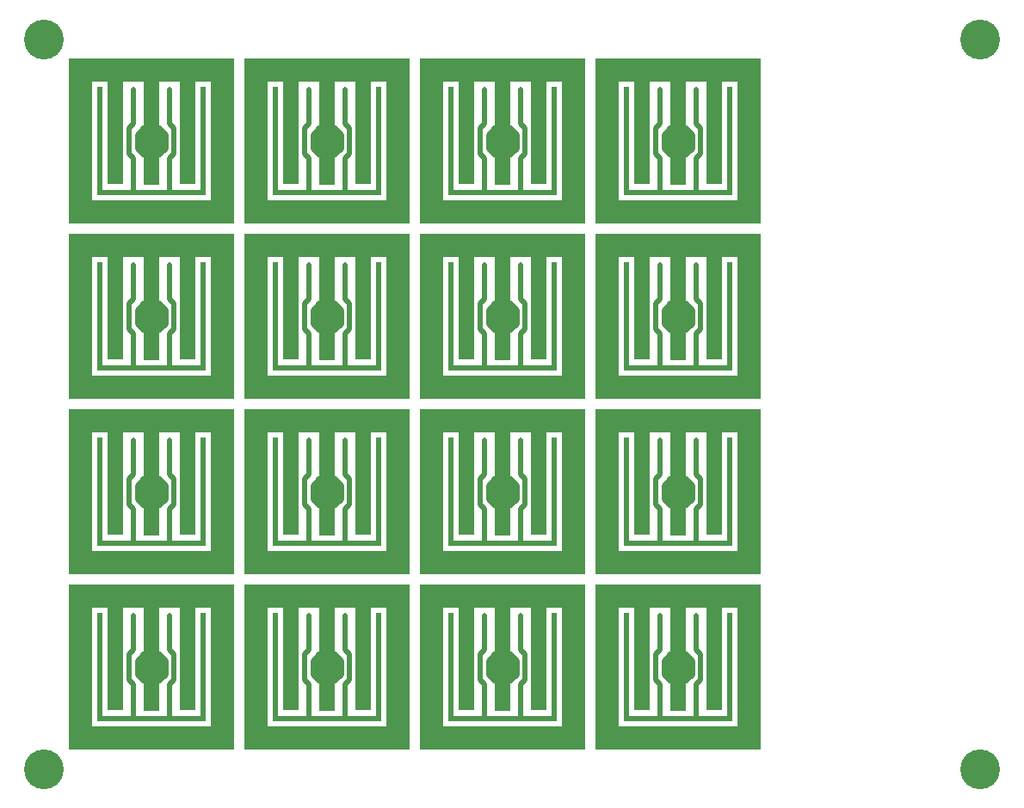
<source format=gbs>
G04 start of page 7 for group -4062 idx -4062 *
G04 Title: Nomech, soldermask *
G04 Creator: pcb 20110918 *
G04 CreationDate: Sun 08 Sep 2013 10:57:53 PM GMT UTC *
G04 For: bertho *
G04 Format: Gerber/RS-274X *
G04 PCB-Dimensions: 430000 350000 *
G04 PCB-Coordinate-Origin: lower left *
%MOIN*%
%FSLAX25Y25*%
%LNBOTTOMMASK*%
%ADD174R,0.0900X0.0900*%
%ADD173C,0.0300*%
%ADD172R,0.0600X0.0600*%
%ADD171C,0.0200*%
%ADD170R,0.0200X0.0200*%
%ADD169C,0.1137*%
%ADD168C,0.1540*%
G54D168*X388000Y41500D03*
Y324500D03*
G54D169*X271000Y217000D03*
Y149000D03*
Y81000D03*
Y285000D03*
G54D168*X25500Y41500D03*
G54D169*X67000Y149000D03*
X135000D03*
X67000Y81000D03*
X135000D03*
G54D168*X25500Y324500D03*
G54D169*X67000Y217000D03*
Y285000D03*
X203000Y149000D03*
X135000Y217000D03*
X203000D03*
X135000Y285000D03*
X203000D03*
Y81000D03*
G54D170*X183000Y197000D02*X223000D01*
Y237000D02*Y197000D01*
G54D171*X210000Y210250D02*Y197000D01*
Y210250D02*X211750Y212000D01*
Y222000D02*Y212000D01*
X210000Y223750D02*X211750Y222000D01*
X196000Y210250D02*Y197000D01*
X194250Y222000D02*Y212000D01*
X196000Y210250D01*
G54D172*X203000Y210500D02*Y203000D01*
G54D173*X198000Y219500D02*Y214500D01*
G54D174*X175500Y189500D02*X230500D01*
G54D170*X183000Y237000D02*Y197000D01*
G54D171*X194250Y222000D02*X196000Y223750D01*
Y237000D02*Y223750D01*
G54D174*X175500Y244500D02*Y189500D01*
G54D170*X183000Y305000D02*Y265000D01*
G54D174*X175500Y312500D02*Y257500D01*
G54D171*X210000Y237000D02*Y223750D01*
G54D174*X175500Y244500D02*X230500D01*
X175500Y257500D02*X230500D01*
G54D170*X223000Y305000D02*Y265000D01*
G54D171*X210000Y278250D02*Y265000D01*
Y278250D02*X211750Y280000D01*
G54D170*X183000Y265000D02*X223000D01*
G54D171*X196000Y278250D02*Y265000D01*
X194250Y290000D02*X196000Y291750D01*
X194250Y290000D02*Y280000D01*
X196000Y278250D01*
Y305000D02*Y291750D01*
X211750Y290000D02*Y280000D01*
X210000Y291750D02*X211750Y290000D01*
X210000Y305000D02*Y291750D01*
G54D172*X217000Y312500D02*Y271500D01*
X189000Y312500D02*Y271500D01*
X203000Y312500D02*Y291500D01*
G54D174*X230500Y244500D02*Y189500D01*
Y312500D02*Y257500D01*
G54D172*X203000Y278500D02*Y271000D01*
G54D173*X200500Y280000D02*X205500D01*
X208000Y282500D01*
X198000D02*X200500Y280000D01*
X198000Y287500D02*Y282500D01*
X208000Y287500D02*Y282500D01*
X200500Y290000D02*X205500D01*
X208000Y287500D01*
X198000D02*X200500Y290000D01*
G54D174*X175500Y312500D02*X230500D01*
G54D172*X203000Y244500D02*Y223500D01*
X189000Y244500D02*Y203500D01*
G54D173*X200500Y212000D02*X205500D01*
X198000Y214500D02*X200500Y212000D01*
X208000Y219500D02*Y214500D01*
X205500Y222000D02*X208000Y219500D01*
X205500Y212000D02*X208000Y214500D01*
X200500Y222000D02*X205500D01*
X198000Y219500D02*X200500Y222000D01*
G54D172*X217000Y244500D02*Y203500D01*
G54D170*X223000Y169000D02*Y129000D01*
G54D171*X211750Y154000D02*Y144000D01*
X210000Y155750D02*X211750Y154000D01*
X210000Y169000D02*Y155750D01*
G54D172*X217000Y176500D02*Y135500D01*
G54D171*X194250Y154000D02*X196000Y155750D01*
X194250Y154000D02*Y144000D01*
X196000Y142250D01*
G54D170*X183000Y129000D02*X223000D01*
G54D171*X210000Y142250D02*Y129000D01*
X196000Y142250D02*Y129000D01*
X210000Y142250D02*X211750Y144000D01*
G54D172*X203000Y142500D02*Y135000D01*
G54D173*X200500Y144000D02*X205500D01*
G54D172*X189000Y176500D02*Y135500D01*
G54D170*X183000Y169000D02*Y129000D01*
G54D171*X196000Y169000D02*Y155750D01*
G54D174*X175500Y176500D02*Y121500D01*
G54D172*X203000Y176500D02*Y155500D01*
G54D173*X200500Y154000D02*X205500D01*
G54D174*X175500Y176500D02*X230500D01*
G54D173*X198000Y151500D02*Y146500D01*
X205500Y154000D02*X208000Y151500D01*
X205500Y144000D02*X208000Y146500D01*
X198000D02*X200500Y144000D01*
X198000Y151500D02*X200500Y154000D01*
X208000Y151500D02*Y146500D01*
G54D174*X230500Y176500D02*Y121500D01*
X175500D02*X230500D01*
G54D170*X223000Y101000D02*Y61000D01*
G54D172*X217000Y108500D02*Y67500D01*
G54D174*X230500Y108500D02*Y53500D01*
G54D173*X208000Y83500D02*Y78500D01*
X205500Y86000D02*X208000Y83500D01*
X205500Y76000D02*X208000Y78500D01*
X198000Y83500D02*X200500Y86000D01*
X205500D01*
G54D174*X175500Y108500D02*X230500D01*
G54D170*X183000Y101000D02*Y61000D01*
G54D172*X189000Y108500D02*Y67500D01*
G54D171*X211750Y86000D02*Y76000D01*
X210000Y87750D02*X211750Y86000D01*
X194250D02*Y76000D01*
X196000Y74250D01*
X210000Y101000D02*Y87750D01*
X194250Y86000D02*X196000Y87750D01*
Y101000D02*Y87750D01*
G54D172*X203000Y108500D02*Y87500D01*
G54D170*X183000Y61000D02*X223000D01*
G54D174*X175500Y53500D02*X230500D01*
G54D171*X210000Y74250D02*Y61000D01*
Y74250D02*X211750Y76000D01*
G54D173*X198000Y83500D02*Y78500D01*
G54D174*X175500Y108500D02*Y53500D01*
G54D171*X196000Y74250D02*Y61000D01*
G54D172*X203000Y74500D02*Y67000D01*
G54D173*X200500Y76000D02*X205500D01*
X198000Y78500D02*X200500Y76000D01*
G54D172*X135000Y244500D02*Y223500D01*
X121000Y244500D02*Y203500D01*
G54D173*X132500Y212000D02*X137500D01*
X130000Y214500D02*X132500Y212000D01*
X140000Y219500D02*Y214500D01*
X137500Y222000D02*X140000Y219500D01*
X137500Y212000D02*X140000Y214500D01*
X132500Y222000D02*X137500D01*
X130000Y219500D02*X132500Y222000D01*
G54D170*X115000Y197000D02*X155000D01*
Y237000D02*Y197000D01*
G54D171*X142000Y210250D02*Y197000D01*
Y210250D02*X143750Y212000D01*
Y222000D02*Y212000D01*
X142000Y223750D02*X143750Y222000D01*
X128000Y210250D02*Y197000D01*
X126250Y222000D02*Y212000D01*
X128000Y210250D01*
G54D172*X135000Y210500D02*Y203000D01*
G54D173*X130000Y219500D02*Y214500D01*
G54D174*X107500Y189500D02*X162500D01*
G54D170*X115000Y237000D02*Y197000D01*
G54D171*X126250Y222000D02*X128000Y223750D01*
Y237000D02*Y223750D01*
G54D174*X107500Y244500D02*Y189500D01*
G54D171*X142000Y237000D02*Y223750D01*
G54D174*X107500Y244500D02*X162500D01*
Y189500D01*
G54D170*X115000Y265000D02*X155000D01*
G54D174*X107500Y257500D02*X162500D01*
G54D172*X149000Y244500D02*Y203500D01*
G54D170*X155000Y169000D02*Y129000D01*
G54D171*X143750Y154000D02*Y144000D01*
X142000Y155750D02*X143750Y154000D01*
X142000Y169000D02*Y155750D01*
G54D172*X149000Y176500D02*Y135500D01*
G54D171*X126250Y154000D02*X128000Y155750D01*
X126250Y154000D02*Y144000D01*
X128000Y142250D01*
X74000Y223750D02*X75750Y222000D01*
X74000Y237000D02*Y223750D01*
G54D173*X69500Y222000D02*X72000Y219500D01*
G54D172*X67000Y244500D02*Y223500D01*
G54D170*X87000Y237000D02*Y197000D01*
G54D173*X72000Y219500D02*Y214500D01*
X69500Y212000D02*X72000Y214500D01*
G54D170*X47000Y197000D02*X87000D01*
G54D171*X74000Y210250D02*Y197000D01*
X60000Y210250D02*Y197000D01*
X74000Y210250D02*X75750Y212000D01*
X58250D02*X60000Y210250D01*
G54D174*X94500Y244500D02*Y189500D01*
X39500D02*X94500D01*
G54D171*X75750Y222000D02*Y212000D01*
G54D172*X67000Y210500D02*Y203000D01*
G54D173*X62000Y219500D02*Y214500D01*
X64500Y212000D02*X69500D01*
X62000Y214500D02*X64500Y212000D01*
X62000Y219500D02*X64500Y222000D01*
G54D170*X47000Y265000D02*X87000D01*
G54D174*X39500Y257500D02*X94500D01*
G54D170*X47000Y237000D02*Y197000D01*
G54D171*X58250Y222000D02*X60000Y223750D01*
X58250Y222000D02*Y212000D01*
X60000Y237000D02*Y223750D01*
G54D174*X39500Y244500D02*Y189500D01*
G54D172*X53000Y244500D02*Y203500D01*
G54D173*X64500Y222000D02*X69500D01*
G54D174*X39500Y244500D02*X94500D01*
G54D171*X74000Y169000D02*Y155750D01*
G54D173*X64500Y154000D02*X69500D01*
G54D174*X39500Y176500D02*X94500D01*
G54D170*X47000Y169000D02*Y129000D01*
G54D171*X60000Y142250D02*Y129000D01*
X58250Y154000D02*X60000Y155750D01*
X58250Y154000D02*Y144000D01*
X60000Y169000D02*Y155750D01*
G54D174*X39500Y176500D02*Y121500D01*
G54D172*X53000Y176500D02*Y135500D01*
G54D173*X62000Y151500D02*Y146500D01*
X64500Y144000D01*
X62000Y151500D02*X64500Y154000D01*
G54D170*X47000Y129000D02*X87000D01*
G54D171*X74000Y142250D02*Y129000D01*
Y142250D02*X75750Y144000D01*
X58250D02*X60000Y142250D01*
G54D174*X39500Y121500D02*X94500D01*
G54D173*X64500Y144000D02*X69500D01*
G54D171*X75750Y154000D02*Y144000D01*
X74000Y155750D02*X75750Y154000D01*
G54D174*X94500Y176500D02*Y121500D01*
G54D172*X81000Y244500D02*Y203500D01*
G54D170*X87000Y169000D02*Y129000D01*
G54D172*X81000Y176500D02*Y135500D01*
G54D170*X87000Y101000D02*Y61000D01*
G54D172*X81000Y108500D02*Y67500D01*
X67000Y142500D02*Y135000D01*
G54D173*X72000Y151500D02*Y146500D01*
X69500Y154000D02*X72000Y151500D01*
X69500Y144000D02*X72000Y146500D01*
G54D172*X67000Y176500D02*Y155500D01*
G54D173*X72000Y83500D02*Y78500D01*
X69500Y86000D02*X72000Y83500D01*
X69500Y76000D02*X72000Y78500D01*
G54D170*X47000Y61000D02*X87000D01*
G54D171*X60000Y74250D02*Y61000D01*
X74000Y74250D02*Y61000D01*
Y74250D02*X75750Y76000D01*
X58250D02*X60000Y74250D01*
G54D172*X67000Y74500D02*Y67000D01*
G54D173*X64500Y76000D02*X69500D01*
G54D174*X39500Y53500D02*X94500D01*
G54D170*X47000Y101000D02*Y61000D01*
G54D171*X58250Y86000D02*X60000Y87750D01*
X58250Y86000D02*Y76000D01*
G54D172*X53000Y108500D02*Y67500D01*
G54D174*X39500Y108500D02*Y53500D01*
X94500Y108500D02*Y53500D01*
G54D171*X74000Y101000D02*Y87750D01*
X60000Y101000D02*Y87750D01*
G54D172*X67000Y108500D02*Y87500D01*
G54D174*X39500Y108500D02*X94500D01*
G54D171*X75750Y86000D02*Y76000D01*
X74000Y87750D02*X75750Y86000D01*
G54D173*X62000Y83500D02*Y78500D01*
X64500Y86000D02*X69500D01*
X62000Y78500D02*X64500Y76000D01*
X62000Y83500D02*X64500Y86000D01*
G54D170*X115000Y129000D02*X155000D01*
G54D171*X142000Y142250D02*Y129000D01*
X128000Y142250D02*Y129000D01*
X142000Y142250D02*X143750Y144000D01*
G54D172*X135000Y142500D02*Y135000D01*
G54D173*X132500Y144000D02*X137500D01*
G54D172*X121000Y176500D02*Y135500D01*
G54D170*X115000Y169000D02*Y129000D01*
G54D171*X128000Y169000D02*Y155750D01*
G54D174*X107500Y176500D02*Y121500D01*
G54D172*X135000Y176500D02*Y155500D01*
G54D173*X132500Y154000D02*X137500D01*
G54D174*X107500Y176500D02*X162500D01*
G54D173*X130000Y151500D02*Y146500D01*
X137500Y154000D02*X140000Y151500D01*
X137500Y144000D02*X140000Y146500D01*
X130000D02*X132500Y144000D01*
X130000Y151500D02*X132500Y154000D01*
X140000Y151500D02*Y146500D01*
G54D174*X162500Y176500D02*Y121500D01*
X107500D02*X162500D01*
G54D170*X155000Y101000D02*Y61000D01*
G54D172*X149000Y108500D02*Y67500D01*
G54D174*X162500Y108500D02*Y53500D01*
G54D173*X140000Y83500D02*Y78500D01*
X137500Y86000D02*X140000Y83500D01*
X137500Y76000D02*X140000Y78500D01*
X130000Y83500D02*X132500Y86000D01*
X137500D01*
G54D174*X107500Y108500D02*X162500D01*
G54D170*X115000Y101000D02*Y61000D01*
G54D172*X121000Y108500D02*Y67500D01*
G54D171*X143750Y86000D02*Y76000D01*
X142000Y87750D02*X143750Y86000D01*
X126250D02*Y76000D01*
X128000Y74250D01*
X142000Y101000D02*Y87750D01*
X126250Y86000D02*X128000Y87750D01*
Y101000D02*Y87750D01*
G54D172*X135000Y108500D02*Y87500D01*
G54D170*X115000Y61000D02*X155000D01*
G54D174*X107500Y53500D02*X162500D01*
G54D171*X142000Y74250D02*Y61000D01*
Y74250D02*X143750Y76000D01*
G54D173*X130000Y83500D02*Y78500D01*
G54D174*X107500Y108500D02*Y53500D01*
G54D171*X128000Y74250D02*Y61000D01*
G54D172*X135000Y74500D02*Y67000D01*
G54D173*X132500Y76000D02*X137500D01*
X130000Y78500D02*X132500Y76000D01*
X64500Y290000D02*X69500D01*
X72000Y287500D01*
G54D174*X39500Y312500D02*X94500D01*
Y257500D01*
G54D173*X62000Y287500D02*X64500Y290000D01*
G54D170*X87000Y305000D02*Y265000D01*
G54D172*X81000Y312500D02*Y271500D01*
G54D171*X75750Y290000D02*Y280000D01*
X74000Y291750D02*X75750Y290000D01*
X74000Y305000D02*Y291750D01*
G54D172*X67000Y312500D02*Y291500D01*
G54D171*X74000Y278250D02*Y265000D01*
Y278250D02*X75750Y280000D01*
G54D173*X64500D02*X69500D01*
X72000Y287500D02*Y282500D01*
G54D171*X60000Y278250D02*Y265000D01*
X58250Y280000D02*X60000Y278250D01*
G54D172*X67000Y278500D02*Y271000D01*
G54D170*X47000Y305000D02*Y265000D01*
G54D171*X58250Y290000D02*X60000Y291750D01*
Y305000D02*Y291750D01*
G54D172*X53000Y312500D02*Y271500D01*
G54D174*X39500Y312500D02*Y257500D01*
G54D171*X58250Y290000D02*Y280000D01*
G54D173*X62000Y287500D02*Y282500D01*
X69500Y280000D02*X72000Y282500D01*
X62000D02*X64500Y280000D01*
G54D170*X115000Y305000D02*Y265000D01*
G54D171*X128000Y278250D02*Y265000D01*
X126250Y290000D02*X128000Y291750D01*
X126250Y290000D02*Y280000D01*
X128000Y278250D01*
Y305000D02*Y291750D01*
G54D172*X121000Y312500D02*Y271500D01*
G54D174*X107500Y312500D02*Y257500D01*
G54D170*X155000Y305000D02*Y265000D01*
G54D174*X162500Y312500D02*Y257500D01*
G54D171*X142000Y278250D02*Y265000D01*
Y278250D02*X143750Y280000D01*
Y290000D02*Y280000D01*
X142000Y291750D02*X143750Y290000D01*
X142000Y305000D02*Y291750D01*
G54D172*X149000Y312500D02*Y271500D01*
X135000Y312500D02*Y291500D01*
G54D173*X132500Y290000D02*X137500D01*
G54D174*X107500Y312500D02*X162500D01*
G54D172*X135000Y278500D02*Y271000D01*
G54D173*X132500Y280000D02*X137500D01*
X130000Y282500D02*X132500Y280000D01*
X130000Y287500D02*Y282500D01*
X140000Y287500D02*Y282500D01*
X137500Y290000D02*X140000Y287500D01*
X137500Y280000D02*X140000Y282500D01*
X130000Y287500D02*X132500Y290000D01*
G54D172*X271000Y244500D02*Y223500D01*
X257000Y244500D02*Y203500D01*
G54D173*X268500Y212000D02*X273500D01*
X266000Y214500D02*X268500Y212000D01*
X276000Y219500D02*Y214500D01*
X273500Y222000D02*X276000Y219500D01*
X273500Y212000D02*X276000Y214500D01*
X268500Y222000D02*X273500D01*
X266000Y219500D02*X268500Y222000D01*
G54D170*X251000Y197000D02*X291000D01*
Y237000D02*Y197000D01*
G54D171*X278000Y210250D02*Y197000D01*
Y210250D02*X279750Y212000D01*
Y222000D02*Y212000D01*
X278000Y223750D02*X279750Y222000D01*
X264000Y210250D02*Y197000D01*
X262250Y222000D02*Y212000D01*
X264000Y210250D01*
G54D172*X271000Y210500D02*Y203000D01*
G54D173*X266000Y219500D02*Y214500D01*
G54D174*X243500Y189500D02*X298500D01*
G54D170*X251000Y237000D02*Y197000D01*
G54D171*X262250Y222000D02*X264000Y223750D01*
Y237000D02*Y223750D01*
G54D174*X243500Y244500D02*Y189500D01*
G54D171*X278000Y237000D02*Y223750D01*
G54D174*X243500Y244500D02*X298500D01*
Y189500D01*
G54D170*X251000Y265000D02*X291000D01*
G54D174*X243500Y257500D02*X298500D01*
G54D172*X285000Y244500D02*Y203500D01*
G54D170*X291000Y169000D02*Y129000D01*
G54D171*X279750Y154000D02*Y144000D01*
X278000Y155750D02*X279750Y154000D01*
X278000Y169000D02*Y155750D01*
G54D172*X285000Y176500D02*Y135500D01*
G54D171*X262250Y154000D02*X264000Y155750D01*
X262250Y154000D02*Y144000D01*
X264000Y142250D01*
G54D170*X251000Y129000D02*X291000D01*
G54D171*X278000Y142250D02*Y129000D01*
X264000Y142250D02*Y129000D01*
X278000Y142250D02*X279750Y144000D01*
G54D172*X271000Y142500D02*Y135000D01*
G54D173*X268500Y144000D02*X273500D01*
G54D172*X257000Y176500D02*Y135500D01*
G54D170*X251000Y169000D02*Y129000D01*
G54D171*X264000Y169000D02*Y155750D01*
G54D174*X243500Y176500D02*Y121500D01*
G54D172*X271000Y176500D02*Y155500D01*
G54D173*X268500Y154000D02*X273500D01*
G54D174*X243500Y176500D02*X298500D01*
G54D173*X266000Y151500D02*Y146500D01*
X273500Y154000D02*X276000Y151500D01*
X273500Y144000D02*X276000Y146500D01*
X266000D02*X268500Y144000D01*
X266000Y151500D02*X268500Y154000D01*
X276000Y151500D02*Y146500D01*
G54D174*X298500Y176500D02*Y121500D01*
X243500D02*X298500D01*
G54D171*X262250Y86000D02*Y76000D01*
G54D173*X266000Y83500D02*Y78500D01*
X268500Y86000D02*X273500D01*
X266000Y83500D02*X268500Y86000D01*
G54D170*X251000Y101000D02*Y61000D01*
G54D171*X262250Y86000D02*X264000Y87750D01*
Y101000D02*Y87750D01*
G54D172*X257000Y108500D02*Y67500D01*
G54D174*X243500Y108500D02*Y53500D01*
G54D173*X266000Y78500D02*X268500Y76000D01*
G54D170*X291000Y101000D02*Y61000D01*
G54D172*X285000Y108500D02*Y67500D01*
G54D171*X279750Y86000D02*Y76000D01*
X278000Y87750D02*X279750Y86000D01*
X278000Y101000D02*Y87750D01*
G54D172*X271000Y108500D02*Y87500D01*
G54D173*X273500Y86000D02*X276000Y83500D01*
G54D174*X298500Y108500D02*Y53500D01*
G54D173*X273500Y76000D02*X276000Y78500D01*
G54D171*X278000Y74250D02*Y61000D01*
Y74250D02*X279750Y76000D01*
G54D170*X251000Y61000D02*X291000D01*
G54D173*X268500Y76000D02*X273500D01*
X276000Y83500D02*Y78500D01*
G54D171*X264000Y74250D02*Y61000D01*
X262250Y76000D02*X264000Y74250D01*
G54D172*X271000Y74500D02*Y67000D01*
G54D174*X243500Y53500D02*X298500D01*
X243500Y108500D02*X298500D01*
G54D170*X251000Y305000D02*Y265000D01*
G54D171*X264000Y278250D02*Y265000D01*
X262250Y290000D02*X264000Y291750D01*
X262250Y290000D02*Y280000D01*
X264000Y278250D01*
Y305000D02*Y291750D01*
G54D172*X257000Y312500D02*Y271500D01*
G54D174*X243500Y312500D02*Y257500D01*
G54D170*X291000Y305000D02*Y265000D01*
G54D174*X298500Y312500D02*Y257500D01*
G54D171*X278000Y278250D02*Y265000D01*
Y278250D02*X279750Y280000D01*
Y290000D02*Y280000D01*
X278000Y291750D02*X279750Y290000D01*
X278000Y305000D02*Y291750D01*
G54D172*X285000Y312500D02*Y271500D01*
X271000Y312500D02*Y291500D01*
G54D173*X268500Y290000D02*X273500D01*
G54D174*X243500Y312500D02*X298500D01*
G54D172*X271000Y278500D02*Y271000D01*
G54D173*X268500Y280000D02*X273500D01*
X266000Y282500D02*X268500Y280000D01*
X266000Y287500D02*Y282500D01*
X276000Y287500D02*Y282500D01*
X273500Y290000D02*X276000Y287500D01*
X273500Y280000D02*X276000Y282500D01*
X266000Y287500D02*X268500Y290000D01*
M02*

</source>
